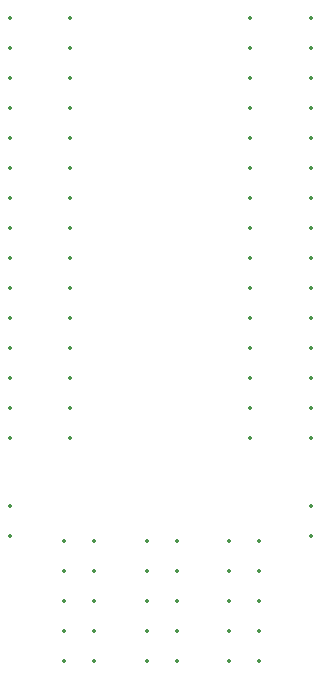
<source format=gbo>
%TF.GenerationSoftware,KiCad,Pcbnew,8.0.5*%
%TF.CreationDate,2024-12-11T17:13:53+10:00*%
%TF.ProjectId,arduino,61726475-696e-46f2-9e6b-696361645f70,rev?*%
%TF.SameCoordinates,Original*%
%TF.FileFunction,Legend,Bot*%
%TF.FilePolarity,Positive*%
%FSLAX46Y46*%
G04 Gerber Fmt 4.6, Leading zero omitted, Abs format (unit mm)*
G04 Created by KiCad (PCBNEW 8.0.5) date 2024-12-11 17:13:53*
%MOMM*%
%LPD*%
G01*
G04 APERTURE LIST*
%ADD10C,0.350000*%
G04 APERTURE END LIST*
D10*
X152500000Y-117980000D03*
X155040000Y-117980000D03*
X152500000Y-120520000D03*
X155040000Y-120520000D03*
X152500000Y-123060000D03*
X155040000Y-123060000D03*
X152500000Y-125600000D03*
X155040000Y-125600000D03*
X152500000Y-128140000D03*
X155040000Y-128140000D03*
X138500000Y-117980000D03*
X141040000Y-117980000D03*
X138500000Y-120520000D03*
X141040000Y-120520000D03*
X138500000Y-123060000D03*
X141040000Y-123060000D03*
X138500000Y-125600000D03*
X141040000Y-125600000D03*
X138500000Y-128140000D03*
X141040000Y-128140000D03*
X159380000Y-109290000D03*
X159380000Y-106750000D03*
X159380000Y-104210000D03*
X159380000Y-101670000D03*
X159380000Y-99130000D03*
X159380000Y-96590000D03*
X159380000Y-94050000D03*
X159380000Y-91510000D03*
X159380000Y-88970000D03*
X159380000Y-86430000D03*
X159380000Y-83890000D03*
X159380000Y-81350000D03*
X159380000Y-78810000D03*
X159380000Y-76270000D03*
X159380000Y-73730000D03*
X133900000Y-117615000D03*
X133900000Y-115075000D03*
X159380000Y-117615000D03*
X159380000Y-115075000D03*
X145500000Y-117980000D03*
X148040000Y-117980000D03*
X145500000Y-120520000D03*
X148040000Y-120520000D03*
X145500000Y-123060000D03*
X148040000Y-123060000D03*
X145500000Y-125600000D03*
X148040000Y-125600000D03*
X145500000Y-128140000D03*
X148040000Y-128140000D03*
X133900000Y-73740000D03*
X133900000Y-76280000D03*
X133900000Y-78820000D03*
X133900000Y-81360000D03*
X133900000Y-83900000D03*
X133900000Y-86440000D03*
X133900000Y-88980000D03*
X133900000Y-91520000D03*
X133900000Y-94060000D03*
X133900000Y-96600000D03*
X133900000Y-99140000D03*
X133900000Y-101680000D03*
X133900000Y-104220000D03*
X133900000Y-106760000D03*
X133900000Y-109300000D03*
X154250000Y-109300000D03*
X154250000Y-106760000D03*
X154250000Y-104220000D03*
X154250000Y-101680000D03*
X154250000Y-99140000D03*
X154250000Y-96600000D03*
X154250000Y-94060000D03*
X154250000Y-91520000D03*
X154250000Y-88980000D03*
X154250000Y-86440000D03*
X154250000Y-83900000D03*
X154250000Y-81360000D03*
X154250000Y-78820000D03*
X154250000Y-76280000D03*
X154250000Y-73740000D03*
X139010000Y-73740000D03*
X139010000Y-76280000D03*
X139010000Y-78820000D03*
X139010000Y-81360000D03*
X139010000Y-83900000D03*
X139010000Y-86440000D03*
X139010000Y-88980000D03*
X139010000Y-91520000D03*
X139010000Y-94060000D03*
X139010000Y-96600000D03*
X139010000Y-99140000D03*
X139010000Y-101680000D03*
X139010000Y-104220000D03*
X139010000Y-106760000D03*
X139010000Y-109300000D03*
M02*

</source>
